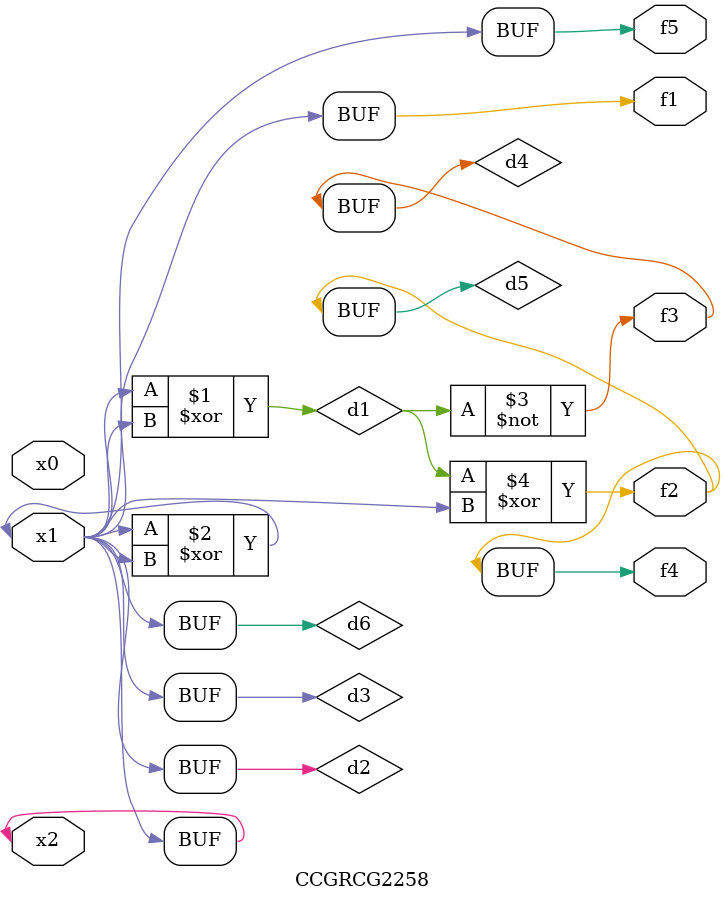
<source format=v>
module CCGRCG2258(
	input x0, x1, x2,
	output f1, f2, f3, f4, f5
);

	wire d1, d2, d3, d4, d5, d6;

	xor (d1, x1, x2);
	buf (d2, x1, x2);
	xor (d3, x1, x2);
	nor (d4, d1);
	xor (d5, d1, d2);
	buf (d6, d2, d3);
	assign f1 = d6;
	assign f2 = d5;
	assign f3 = d4;
	assign f4 = d5;
	assign f5 = d6;
endmodule

</source>
